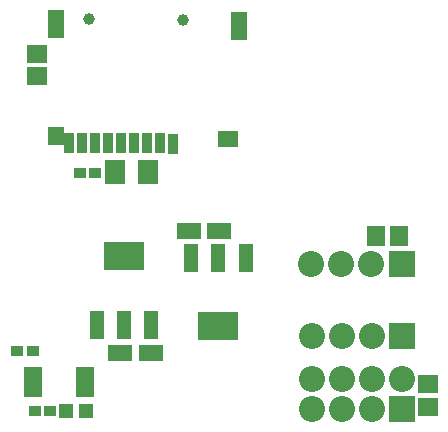
<source format=gbs>
G04 DipTrace 3.0.0.1*
G04 ESP-12E_BASE_V2.2-2.gbs*
%MOMM*%
G04 #@! TF.FileFunction,Soldermask,Bot*
G04 #@! TF.Part,Single*
%ADD59C,1.0*%
%ADD70R,1.604X0.504*%
%ADD72R,3.454X2.354*%
%ADD74R,1.154X2.354*%
%ADD80R,2.204X2.204*%
%ADD82C,2.204*%
%ADD96R,1.804X1.404*%
%ADD98R,1.404X2.404*%
%ADD100R,1.404X1.604*%
%ADD102R,0.904X1.804*%
%ADD110R,1.704X1.504*%
%ADD112R,1.504X1.704*%
%ADD114R,1.304X1.204*%
%ADD116R,1.104X0.904*%
%ADD118R,1.804X2.004*%
%ADD122R,2.004X1.454*%
%FSLAX35Y35*%
G04*
G71*
G90*
G75*
G01*
G04 BotMask*
%LPD*%
D122*
X2000800Y1655800D3*
X2260800D3*
D118*
X2233800Y3190800D3*
X1953800D3*
D122*
X2840800Y2690800D3*
X2580800D3*
D116*
X1258800Y1674800D3*
X1128800D3*
D114*
X1544800Y1169800D3*
X1714800D3*
D112*
X4360800Y2649800D3*
X4170800D3*
D110*
X4604800Y1391800D3*
Y1201800D3*
D102*
X1570800Y3431800D3*
X1680800D3*
X1790800D3*
X1900800D3*
X2010800D3*
X2120800D3*
X2230800D3*
X2340800D3*
X2450800Y3429800D3*
D100*
X1455800Y3491800D3*
D98*
Y4441800D3*
D96*
X2915800Y3469800D3*
D98*
X3005800Y4429800D3*
D59*
X1735800Y4482800D3*
X2535800Y4479800D3*
D82*
X4129800Y1185800D3*
Y1439800D3*
X3875800Y1185800D3*
Y1439800D3*
X4383800D3*
X3621800Y1185800D3*
Y1439800D3*
D80*
X4384800Y1185803D3*
D116*
X1789800Y3183800D3*
X1659800D3*
D110*
X1294800Y3999800D3*
Y4189800D3*
D116*
X1406800Y1169800D3*
X1276800D3*
D74*
X2262800Y1896800D3*
X2032800D3*
X1802800D3*
D72*
X2032800Y2476800D3*
D74*
X2602800Y2462800D3*
X2832800D3*
X3062800D3*
D72*
X2832800Y1882800D3*
D70*
X1704800Y1511800D3*
Y1461800D3*
Y1411800D3*
Y1361800D3*
Y1311800D3*
X1264800D3*
Y1361800D3*
Y1411800D3*
Y1461800D3*
Y1511800D3*
D82*
X4127800Y2409800D3*
X3873800Y2409823D3*
X3619800D3*
D80*
X4382800Y2409797D3*
D82*
X4129800Y1803800D3*
X3875800Y1803823D3*
X3621800D3*
D80*
X4384800Y1803797D3*
M02*

</source>
